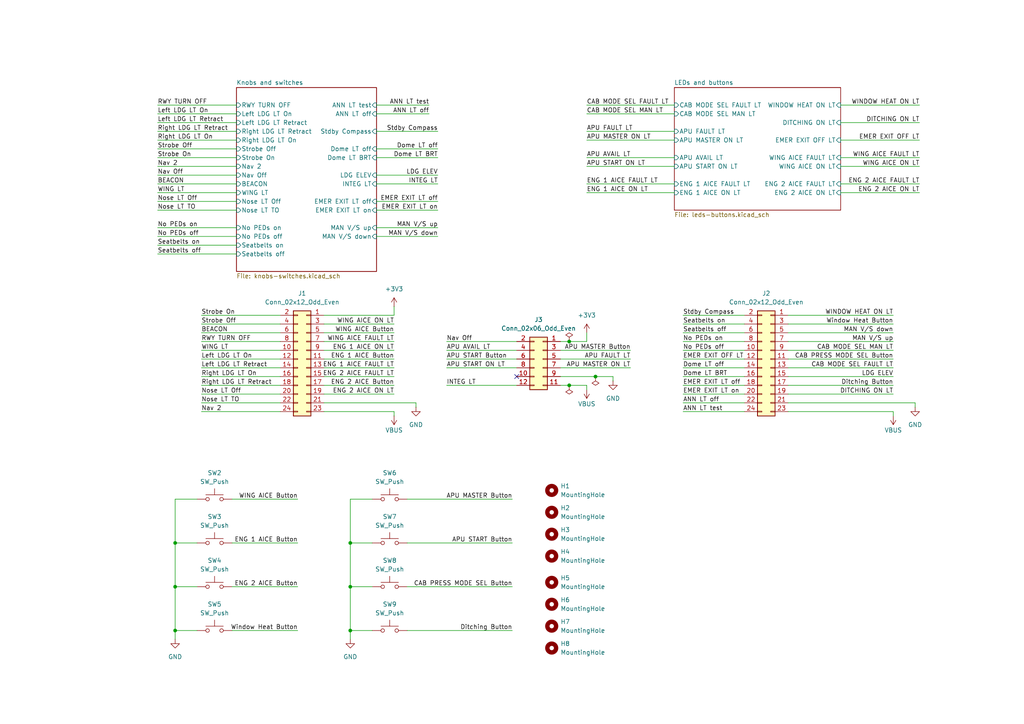
<source format=kicad_sch>
(kicad_sch (version 20231120) (generator "eeschema") (generator_version "8.0")
  (paper "A4")
  (lib_symbols
    (symbol "Connector_Generic:Conn_02x06_Odd_Even" (pin_names (offset 1.016) hide)
      (property "Reference" "J" (at 1.27 7.62 0))
      (property "Value" "Conn_02x06_Odd_Even" (at 1.27 -10.16 0))
      (symbol "Conn_02x06_Odd_Even_1_1"
        (rectangle (start -1.27 -7.493) (end 0 -7.747) (stroke (width 0.1524)))
        (rectangle (start -1.27 -4.953) (end 0 -5.207) (stroke (width 0.1524)))
        (rectangle (start -1.27 -2.413) (end 0 -2.667) (stroke (width 0.1524)))
        (rectangle (start -1.27 0.127) (end 0 -0.127) (stroke (width 0.1524)))
        (rectangle (start -1.27 2.667) (end 0 2.413) (stroke (width 0.1524)))
        (rectangle (start -1.27 5.207) (end 0 4.953) (stroke (width 0.1524)))
        (rectangle (start -1.27 6.35) (end 3.81 -8.89) (stroke (width 0.254)) (fill (type background)))
        (rectangle (start 3.81 -7.493) (end 2.54 -7.747) (stroke (width 0.1524)))
        (rectangle (start 3.81 -4.953) (end 2.54 -5.207) (stroke (width 0.1524)))
        (rectangle (start 3.81 -2.413) (end 2.54 -2.667) (stroke (width 0.1524)))
        (rectangle (start 3.81 0.127) (end 2.54 -0.127) (stroke (width 0.1524)))
        (rectangle (start 3.81 2.667) (end 2.54 2.413) (stroke (width 0.1524)))
        (rectangle (start 3.81 5.207) (end 2.54 4.953) (stroke (width 0.1524)))
        (pin passive line (at -5.08 5.08 0) (length 3.81) (name "Pin_1") (number "1"))
        (pin passive line (at 7.62 -5.08 180) (length 3.81) (name "Pin_10") (number "10"))
        (pin passive line (at -5.08 -7.62 0) (length 3.81) (name "Pin_11") (number "11"))
        (pin passive line (at 7.62 -7.62 180) (length 3.81) (name "Pin_12") (number "12"))
        (pin passive line (at 7.62 5.08 180) (length 3.81) (name "Pin_2") (number "2"))
        (pin passive line (at -5.08 2.54 0) (length 3.81) (name "Pin_3") (number "3"))
        (pin passive line (at 7.62 2.54 180) (length 3.81) (name "Pin_4") (number "4"))
        (pin passive line (at -5.08 0 0) (length 3.81) (name "Pin_5") (number "5"))
        (pin passive line (at 7.62 0 180) (length 3.81) (name "Pin_6") (number "6"))
        (pin passive line (at -5.08 -2.54 0) (length 3.81) (name "Pin_7") (number "7"))
        (pin passive line (at 7.62 -2.54 180) (length 3.81) (name "Pin_8") (number "8"))
        (pin passive line (at -5.08 -5.08 0) (length 3.81) (name "Pin_9") (number "9"))
      )
    )
    (symbol "Connector_Generic:Conn_02x12_Odd_Even" (pin_names (offset 1.016) hide)
      (property "Reference" "J" (at 1.27 15.24 0))
      (property "Value" "Conn_02x12_Odd_Even" (at 1.27 -17.78 0))
      (symbol "Conn_02x12_Odd_Even_1_1"
        (rectangle (start -1.27 -15.113) (end 0 -15.367) (stroke (width 0.1524)))
        (rectangle (start -1.27 -12.573) (end 0 -12.827) (stroke (width 0.1524)))
        (rectangle (start -1.27 -10.033) (end 0 -10.287) (stroke (width 0.1524)))
        (rectangle (start -1.27 -7.493) (end 0 -7.747) (stroke (width 0.1524)))
        (rectangle (start -1.27 -4.953) (end 0 -5.207) (stroke (width 0.1524)))
        (rectangle (start -1.27 -2.413) (end 0 -2.667) (stroke (width 0.1524)))
        (rectangle (start -1.27 0.127) (end 0 -0.127) (stroke (width 0.1524)))
        (rectangle (start -1.27 2.667) (end 0 2.413) (stroke (width 0.1524)))
        (rectangle (start -1.27 5.207) (end 0 4.953) (stroke (width 0.1524)))
        (rectangle (start -1.27 7.747) (end 0 7.493) (stroke (width 0.1524)))
        (rectangle (start -1.27 10.287) (end 0 10.033) (stroke (width 0.1524)))
        (rectangle (start -1.27 12.827) (end 0 12.573) (stroke (width 0.1524)))
        (rectangle (start -1.27 13.97) (end 3.81 -16.51) (stroke (width 0.254)) (fill (type background)))
        (rectangle (start 3.81 -15.113) (end 2.54 -15.367) (stroke (width 0.1524)))
        (rectangle (start 3.81 -12.573) (end 2.54 -12.827) (stroke (width 0.1524)))
        (rectangle (start 3.81 -10.033) (end 2.54 -10.287) (stroke (width 0.1524)))
        (rectangle (start 3.81 -7.493) (end 2.54 -7.747) (stroke (width 0.1524)))
        (rectangle (start 3.81 -4.953) (end 2.54 -5.207) (stroke (width 0.1524)))
        (rectangle (start 3.81 -2.413) (end 2.54 -2.667) (stroke (width 0.1524)))
        (rectangle (start 3.81 0.127) (end 2.54 -0.127) (stroke (width 0.1524)))
        (rectangle (start 3.81 2.667) (end 2.54 2.413) (stroke (width 0.1524)))
        (rectangle (start 3.81 5.207) (end 2.54 4.953) (stroke (width 0.1524)))
        (rectangle (start 3.81 7.747) (end 2.54 7.493) (stroke (width 0.1524)))
        (rectangle (start 3.81 10.287) (end 2.54 10.033) (stroke (width 0.1524)))
        (rectangle (start 3.81 12.827) (end 2.54 12.573) (stroke (width 0.1524)))
        (pin passive line (at -5.08 12.7 0) (length 3.81) (name "Pin_1") (number "1"))
        (pin passive line (at 7.62 2.54 180) (length 3.81) (name "Pin_10") (number "10"))
        (pin passive line (at -5.08 0 0) (length 3.81) (name "Pin_11") (number "11"))
        (pin passive line (at 7.62 0 180) (length 3.81) (name "Pin_12") (number "12"))
        (pin passive line (at -5.08 -2.54 0) (length 3.81) (name "Pin_13") (number "13"))
        (pin passive line (at 7.62 -2.54 180) (length 3.81) (name "Pin_14") (number "14"))
        (pin passive line (at -5.08 -5.08 0) (length 3.81) (name "Pin_15") (number "15"))
        (pin passive line (at 7.62 -5.08 180) (length 3.81) (name "Pin_16") (number "16"))
        (pin passive line (at -5.08 -7.62 0) (length 3.81) (name "Pin_17") (number "17"))
        (pin passive line (at 7.62 -7.62 180) (length 3.81) (name "Pin_18") (number "18"))
        (pin passive line (at -5.08 -10.16 0) (length 3.81) (name "Pin_19") (number "19"))
        (pin passive line (at 7.62 12.7 180) (length 3.81) (name "Pin_2") (number "2"))
        (pin passive line (at 7.62 -10.16 180) (length 3.81) (name "Pin_20") (number "20"))
        (pin passive line (at -5.08 -12.7 0) (length 3.81) (name "Pin_21") (number "21"))
        (pin passive line (at 7.62 -12.7 180) (length 3.81) (name "Pin_22") (number "22"))
        (pin passive line (at -5.08 -15.24 0) (length 3.81) (name "Pin_23") (number "23"))
        (pin passive line (at 7.62 -15.24 180) (length 3.81) (name "Pin_24") (number "24"))
        (pin passive line (at -5.08 10.16 0) (length 3.81) (name "Pin_3") (number "3"))
        (pin passive line (at 7.62 10.16 180) (length 3.81) (name "Pin_4") (number "4"))
        (pin passive line (at -5.08 7.62 0) (length 3.81) (name "Pin_5") (number "5"))
        (pin passive line (at 7.62 7.62 180) (length 3.81) (name "Pin_6") (number "6"))
        (pin passive line (at -5.08 5.08 0) (length 3.81) (name "Pin_7") (number "7"))
        (pin passive line (at 7.62 5.08 180) (length 3.81) (name "Pin_8") (number "8"))
        (pin passive line (at -5.08 2.54 0) (length 3.81) (name "Pin_9") (number "9"))
      )
    )
    (symbol "GND_1" (power) (pin_numbers hide) (pin_names (offset 0) hide)
      (property "Value" "GND" (at 0 -3.81 0))
      (symbol "GND_1_0_1"
        (polyline (pts (xy 0 0) (xy 0 -1.27) (xy 1.27 -1.27) (xy 0 -2.54) (xy -1.27 -1.27) (xy 0 -1.27)))
      )
      (symbol "GND_1_1_1"
        (pin power_in line (at 0 0 270) (length 0) (name "~") (number "1"))
      )
    )
    (symbol "Mechanical:MountingHole" (pin_names (offset 1.016))
      (property "Reference" "H" (at 0 5.08 0))
      (property "Value" "MountingHole" (at 0 3.175 0))
      (symbol "MountingHole_0_1"
        (circle (center 0 0) (radius 1.27) (stroke (width 1.27)))
      )
    )
    (symbol "Switch:SW_Push" (pin_numbers hide) (pin_names (offset 1.016) hide)
      (property "Reference" "SW" (at 1.27 2.54 0))
      (property "Value" "SW_Push" (at 0 -1.524 0))
      (symbol "SW_Push_0_1"
        (circle (center -2.032 0) (radius 0.508))
        (polyline (pts (xy 0 1.27) (xy 0 3.048)))
        (polyline (pts (xy 2.54 1.27) (xy -2.54 1.27)))
        (circle (center 2.032 0) (radius 0.508))
        (pin passive line (at -5.08 0 0) (length 2.54) (name "1") (number "1"))
        (pin passive line (at 5.08 0 180) (length 2.54) (name "2") (number "2"))
      )
    )
    (symbol "power:+3V3" (power) (pin_numbers hide) (pin_names (offset 0) hide)
      (property "Value" "+3V3" (at 0 3.556 0))
      (symbol "+3V3_0_1"
        (polyline (pts (xy -0.762 1.27) (xy 0 2.54)))
        (polyline (pts (xy 0 0) (xy 0 2.54)))
        (polyline (pts (xy 0 2.54) (xy 0.762 1.27)))
      )
      (symbol "+3V3_1_1"
        (pin power_in line (at 0 0 90) (length 0) (name "~") (number "1"))
      )
    )
    (symbol "power:GND" (power) (pin_numbers hide) (pin_names (offset 0) hide)
      (property "Value" "GND" (at 0 -3.81 0))
      (symbol "GND_0_1"
        (polyline (pts (xy 0 0) (xy 0 -1.27) (xy 1.27 -1.27) (xy 0 -2.54) (xy -1.27 -1.27) (xy 0 -1.27)))
      )
      (symbol "GND_1_1"
        (pin power_in line (at 0 0 270) (length 0) (name "~") (number "1"))
      )
    )
    (symbol "power:PWR_FLAG" (power) (pin_numbers hide) (pin_names (offset 0) hide)
      (property "Value" "PWR_FLAG" (at 0 3.81 0))
      (symbol "PWR_FLAG_0_0"
        (pin power_out line (at 0 0 90) (length 0) (name "~") (number "1"))
      )
      (symbol "PWR_FLAG_0_1"
        (polyline (pts (xy 0 0) (xy 0 1.27) (xy -1.016 1.905) (xy 0 2.54) (xy 1.016 1.905) (xy 0 1.27)))
      )
    )
    (symbol "power:VBUS" (power) (pin_numbers hide) (pin_names (offset 0) hide)
      (property "Value" "VBUS" (at 0 3.556 0))
      (symbol "VBUS_0_1"
        (polyline (pts (xy -0.762 1.27) (xy 0 2.54)))
        (polyline (pts (xy 0 0) (xy 0 2.54)))
        (polyline (pts (xy 0 2.54) (xy 0.762 1.27)))
      )
      (symbol "VBUS_1_1"
        (pin power_in line (at 0 0 90) (length 0) (name "~") (number "1"))
      )
    )
  )
  (junction (at 50.8 170.18))
  (junction (at 101.6 182.88))
  (junction (at 50.8 182.88))
  (junction (at 101.6 157.48))
  (junction (at 165.1 99.06))
  (junction (at 50.8 157.48))
  (junction (at 172.72 109.22))
  (junction (at 101.6 170.18))
  (junction (at 165.1 111.76))
  (no_connect (at 149.86 109.22))
  (wire (pts (xy 162.56 111.76) (xy 165.1 111.76)))
  (wire (pts (xy 118.11 157.48) (xy 148.59 157.48)))
  (wire (pts (xy 129.54 99.06) (xy 149.86 99.06)))
  (wire (pts (xy 215.9 109.22) (xy 198.12 109.22)))
  (wire (pts (xy 215.9 111.76) (xy 198.12 111.76)))
  (wire (pts (xy 170.18 96.52) (xy 170.18 99.06)))
  (wire (pts (xy 228.6 104.14) (xy 259.08 104.14)))
  (wire (pts (xy 45.72 71.12) (xy 68.58 71.12)))
  (wire (pts (xy 45.72 50.8) (xy 68.58 50.8)))
  (wire (pts (xy 162.56 101.6) (xy 182.88 101.6)))
  (wire (pts (xy 45.72 38.1) (xy 68.58 38.1)))
  (wire (pts (xy 93.98 99.06) (xy 114.3 99.06)))
  (wire (pts (xy 101.6 182.88) (xy 101.6 170.18)))
  (wire (pts (xy 228.6 111.76) (xy 259.08 111.76)))
  (wire (pts (xy 215.9 104.14) (xy 198.12 104.14)))
  (wire (pts (xy 58.42 119.38) (xy 81.28 119.38)))
  (wire (pts (xy 243.84 55.88) (xy 266.7 55.88)))
  (wire (pts (xy 67.31 144.78) (xy 86.36 144.78)))
  (wire (pts (xy 57.15 170.18) (xy 50.8 170.18)))
  (wire (pts (xy 120.65 116.84) (xy 120.65 118.11)))
  (wire (pts (xy 58.42 106.68) (xy 81.28 106.68)))
  (wire (pts (xy 170.18 40.64) (xy 195.58 40.64)))
  (wire (pts (xy 243.84 53.34) (xy 266.7 53.34)))
  (wire (pts (xy 170.18 111.76) (xy 170.18 113.03)))
  (wire (pts (xy 50.8 157.48) (xy 50.8 144.78)))
  (wire (pts (xy 50.8 182.88) (xy 50.8 170.18)))
  (wire (pts (xy 118.11 144.78) (xy 148.59 144.78)))
  (wire (pts (xy 45.72 35.56) (xy 68.58 35.56)))
  (wire (pts (xy 198.12 93.98) (xy 215.9 93.98)))
  (wire (pts (xy 58.42 96.52) (xy 81.28 96.52)))
  (wire (pts (xy 93.98 91.44) (xy 114.3 91.44)))
  (wire (pts (xy 182.88 104.14) (xy 162.56 104.14)))
  (wire (pts (xy 45.72 60.96) (xy 68.58 60.96)))
  (wire (pts (xy 162.56 99.06) (xy 165.1 99.06)))
  (wire (pts (xy 265.43 116.84) (xy 265.43 118.11)))
  (wire (pts (xy 215.9 116.84) (xy 198.12 116.84)))
  (wire (pts (xy 198.12 101.6) (xy 215.9 101.6)))
  (wire (pts (xy 45.72 58.42) (xy 68.58 58.42)))
  (wire (pts (xy 45.72 33.02) (xy 68.58 33.02)))
  (wire (pts (xy 109.22 43.18) (xy 127 43.18)))
  (wire (pts (xy 170.18 48.26) (xy 195.58 48.26)))
  (wire (pts (xy 101.6 170.18) (xy 101.6 157.48)))
  (wire (pts (xy 45.72 55.88) (xy 68.58 55.88)))
  (wire (pts (xy 45.72 66.04) (xy 68.58 66.04)))
  (wire (pts (xy 228.6 114.3) (xy 259.08 114.3)))
  (wire (pts (xy 228.6 106.68) (xy 259.08 106.68)))
  (wire (pts (xy 215.9 114.3) (xy 198.12 114.3)))
  (wire (pts (xy 129.54 101.6) (xy 149.86 101.6)))
  (wire (pts (xy 114.3 106.68) (xy 93.98 106.68)))
  (wire (pts (xy 114.3 101.6) (xy 93.98 101.6)))
  (wire (pts (xy 67.31 170.18) (xy 86.36 170.18)))
  (wire (pts (xy 57.15 157.48) (xy 50.8 157.48)))
  (wire (pts (xy 58.42 101.6) (xy 81.28 101.6)))
  (wire (pts (xy 114.3 120.65) (xy 114.3 119.38)))
  (wire (pts (xy 58.42 99.06) (xy 81.28 99.06)))
  (wire (pts (xy 93.98 116.84) (xy 120.65 116.84)))
  (wire (pts (xy 101.6 157.48) (xy 101.6 144.78)))
  (wire (pts (xy 215.9 91.44) (xy 198.12 91.44)))
  (wire (pts (xy 182.88 106.68) (xy 162.56 106.68)))
  (wire (pts (xy 93.98 104.14) (xy 114.3 104.14)))
  (wire (pts (xy 45.72 53.34) (xy 68.58 53.34)))
  (wire (pts (xy 109.22 45.72) (xy 127 45.72)))
  (wire (pts (xy 93.98 93.98) (xy 114.3 93.98)))
  (wire (pts (xy 67.31 157.48) (xy 86.36 157.48)))
  (wire (pts (xy 114.3 88.9) (xy 114.3 91.44)))
  (wire (pts (xy 58.42 91.44) (xy 81.28 91.44)))
  (wire (pts (xy 93.98 119.38) (xy 114.3 119.38)))
  (wire (pts (xy 129.54 106.68) (xy 149.86 106.68)))
  (wire (pts (xy 45.72 45.72) (xy 68.58 45.72)))
  (wire (pts (xy 109.22 66.04) (xy 127 66.04)))
  (wire (pts (xy 101.6 182.88) (xy 101.6 185.42)))
  (wire (pts (xy 57.15 144.78) (xy 50.8 144.78)))
  (wire (pts (xy 170.18 38.1) (xy 195.58 38.1)))
  (wire (pts (xy 109.22 33.02) (xy 124.46 33.02)))
  (wire (pts (xy 58.42 114.3) (xy 81.28 114.3)))
  (wire (pts (xy 93.98 109.22) (xy 114.3 109.22)))
  (wire (pts (xy 45.72 30.48) (xy 68.58 30.48)))
  (wire (pts (xy 109.22 58.42) (xy 127 58.42)))
  (wire (pts (xy 228.6 96.52) (xy 259.08 96.52)))
  (wire (pts (xy 243.84 40.64) (xy 266.7 40.64)))
  (wire (pts (xy 109.22 38.1) (xy 127 38.1)))
  (wire (pts (xy 243.84 30.48) (xy 266.7 30.48)))
  (wire (pts (xy 170.18 30.48) (xy 195.58 30.48)))
  (wire (pts (xy 45.72 73.66) (xy 68.58 73.66)))
  (wire (pts (xy 170.18 55.88) (xy 195.58 55.88)))
  (wire (pts (xy 259.08 120.65) (xy 259.08 119.38)))
  (wire (pts (xy 93.98 111.76) (xy 114.3 111.76)))
  (wire (pts (xy 118.11 170.18) (xy 148.59 170.18)))
  (wire (pts (xy 118.11 182.88) (xy 148.59 182.88)))
  (wire (pts (xy 162.56 109.22) (xy 172.72 109.22)))
  (wire (pts (xy 165.1 111.76) (xy 170.18 111.76)))
  (wire (pts (xy 45.72 48.26) (xy 68.58 48.26)))
  (wire (pts (xy 58.42 109.22) (xy 81.28 109.22)))
  (wire (pts (xy 228.6 99.06) (xy 259.08 99.06)))
  (wire (pts (xy 170.18 33.02) (xy 195.58 33.02)))
  (wire (pts (xy 58.42 116.84) (xy 81.28 116.84)))
  (wire (pts (xy 109.22 53.34) (xy 127 53.34)))
  (wire (pts (xy 243.84 35.56) (xy 266.7 35.56)))
  (wire (pts (xy 109.22 30.48) (xy 124.46 30.48)))
  (wire (pts (xy 149.86 104.14) (xy 129.54 104.14)))
  (wire (pts (xy 67.31 182.88) (xy 86.36 182.88)))
  (wire (pts (xy 243.84 45.72) (xy 266.7 45.72)))
  (wire (pts (xy 107.95 182.88) (xy 101.6 182.88)))
  (wire (pts (xy 177.8 109.22) (xy 177.8 110.49)))
  (wire (pts (xy 259.08 101.6) (xy 228.6 101.6)))
  (wire (pts (xy 165.1 99.06) (xy 170.18 99.06)))
  (wire (pts (xy 57.15 182.88) (xy 50.8 182.88)))
  (wire (pts (xy 107.95 144.78) (xy 101.6 144.78)))
  (wire (pts (xy 109.22 68.58) (xy 127 68.58)))
  (wire (pts (xy 170.18 45.72) (xy 195.58 45.72)))
  (wire (pts (xy 58.42 104.14) (xy 81.28 104.14)))
  (wire (pts (xy 215.9 119.38) (xy 198.12 119.38)))
  (wire (pts (xy 93.98 114.3) (xy 114.3 114.3)))
  (wire (pts (xy 243.84 48.26) (xy 266.7 48.26)))
  (wire (pts (xy 228.6 119.38) (xy 259.08 119.38)))
  (wire (pts (xy 45.72 68.58) (xy 68.58 68.58)))
  (wire (pts (xy 172.72 109.22) (xy 177.8 109.22)))
  (wire (pts (xy 198.12 99.06) (xy 215.9 99.06)))
  (wire (pts (xy 228.6 93.98) (xy 259.08 93.98)))
  (wire (pts (xy 228.6 91.44) (xy 259.08 91.44)))
  (wire (pts (xy 50.8 170.18) (xy 50.8 157.48)))
  (wire (pts (xy 228.6 109.22) (xy 259.08 109.22)))
  (wire (pts (xy 50.8 182.88) (xy 50.8 185.42)))
  (wire (pts (xy 45.72 40.64) (xy 68.58 40.64)))
  (wire (pts (xy 58.42 93.98) (xy 81.28 93.98)))
  (wire (pts (xy 109.22 60.96) (xy 127 60.96)))
  (wire (pts (xy 45.72 43.18) (xy 68.58 43.18)))
  (wire (pts (xy 170.18 53.34) (xy 195.58 53.34)))
  (wire (pts (xy 198.12 96.52) (xy 215.9 96.52)))
  (wire (pts (xy 149.86 111.76) (xy 129.54 111.76)))
  (wire (pts (xy 93.98 96.52) (xy 114.3 96.52)))
  (wire (pts (xy 58.42 111.76) (xy 81.28 111.76)))
  (wire (pts (xy 107.95 170.18) (xy 101.6 170.18)))
  (wire (pts (xy 228.6 116.84) (xy 265.43 116.84)))
  (wire (pts (xy 215.9 106.68) (xy 198.12 106.68)))
  (wire (pts (xy 107.95 157.48) (xy 101.6 157.48)))
  (wire (pts (xy 109.22 50.8) (xy 127 50.8)))
  (label "ENG 2 AICE Button" (at 86.36 170.18 180))
  (label "DITCHING ON LT" (at 266.7 35.56 180))
  (label "Ditching Button" (at 259.08 111.76 180))
  (label "WINDOW HEAT ON LT" (at 266.7 30.48 180))
  (label "ENG 1 AICE Button" (at 114.3 104.14 180))
  (label "BEACON" (at 45.72 53.34 0))
  (label "EMER EXIT LT off" (at 127 58.42 180))
  (label "CAB MODE SEL FAULT LT" (at 170.18 30.48 0))
  (label "ENG 2 AICE FAULT LT" (at 114.3 109.22 180))
  (label "Dome LT off" (at 198.12 106.68 0))
  (label "CAB MODE SEL FAULT LT" (at 259.08 106.68 180))
  (label "INTEG LT" (at 127 53.34 180))
  (label "Strobe On" (at 58.42 91.44 0))
  (label "Seatbelts on" (at 198.12 93.98 0))
  (label "MAN V{slash}S up" (at 127 66.04 180))
  (label "Right LDG LT On" (at 58.42 109.22 0))
  (label "ENG 2 AICE ON LT" (at 114.3 114.3 180))
  (label "ENG 1 AICE ON LT" (at 170.18 55.88 0))
  (label "Left LDG LT On" (at 58.42 104.14 0))
  (label "Seatbelts on" (at 45.72 71.12 0))
  (label "EMER EXIT OFF LT" (at 198.12 104.14 0))
  (label "APU AVAIL LT" (at 170.18 45.72 0))
  (label "ENG 1 AICE FAULT LT" (at 114.3 106.68 180))
  (label "WING AICE FAULT LT" (at 114.3 99.06 180))
  (label "ENG 2 AICE ON LT" (at 266.7 55.88 180))
  (label "INTEG LT" (at 129.54 111.76 0))
  (label "Nav 2" (at 58.42 119.38 0))
  (label "Right LDG LT Retract" (at 45.72 38.1 0))
  (label "MAN V{slash}S down" (at 259.08 96.52 180))
  (label "Nav Off" (at 129.54 99.06 0))
  (label "WING LT" (at 58.42 101.6 0))
  (label "Left LDG LT Retract" (at 45.72 35.56 0))
  (label "Right LDG LT On" (at 45.72 40.64 0))
  (label "RWY TURN OFF" (at 58.42 99.06 0))
  (label "APU FAULT LT" (at 182.88 104.14 180))
  (label "Dome LT BRT" (at 198.12 109.22 0))
  (label "CAB MODE SEL MAN LT" (at 170.18 33.02 0))
  (label "APU MASTER ON LT" (at 170.18 40.64 0))
  (label "Nose LT Off" (at 58.42 114.3 0))
  (label "Dome LT BRT" (at 127 45.72 180))
  (label "Stdby Compass" (at 198.12 91.44 0))
  (label "Nav Off" (at 45.72 50.8 0))
  (label "Strobe On" (at 45.72 45.72 0))
  (label "WING LT" (at 45.72 55.88 0))
  (label "Seatbelts off" (at 198.12 96.52 0))
  (label "APU START Button" (at 129.54 104.14 0))
  (label "Window Heat Button" (at 259.08 93.98 180))
  (label "EMER EXIT OFF LT" (at 266.7 40.64 180))
  (label "DITCHING ON LT" (at 259.08 114.3 180))
  (label "MAN V{slash}S up" (at 259.08 99.06 180))
  (label "Strobe Off" (at 45.72 43.18 0))
  (label "ENG 2 AICE Button" (at 114.3 111.76 180))
  (label "BEACON" (at 58.42 96.52 0))
  (label "Dome LT off" (at 127 43.18 180))
  (label "Nose LT TO" (at 45.72 60.96 0))
  (label "Nav 2" (at 45.72 48.26 0))
  (label "Ditching Button" (at 148.59 182.88 180))
  (label "APU MASTER Button" (at 182.88 101.6 180))
  (label "No PEDs off" (at 198.12 101.6 0))
  (label "APU START Button" (at 148.59 157.48 180))
  (label "APU MASTER Button" (at 148.59 144.78 180))
  (label "Left LDG LT On" (at 45.72 33.02 0))
  (label "WING AICE Button" (at 86.36 144.78 180))
  (label "ENG 1 AICE ON LT" (at 114.3 101.6 180))
  (label "CAB PRESS MODE SEL Button" (at 148.59 170.18 180))
  (label "WING AICE ON LT" (at 114.3 93.98 180))
  (label "LDG ELEV" (at 259.08 109.22 180))
  (label "APU START ON LT" (at 170.18 48.26 0))
  (label "No PEDs off" (at 45.72 68.58 0))
  (label "Right LDG LT Retract" (at 58.42 111.76 0))
  (label "ENG 1 AICE Button" (at 86.36 157.48 180))
  (label "WINDOW HEAT ON LT" (at 259.08 91.44 180))
  (label "Nose LT TO" (at 58.42 116.84 0))
  (label "ANN LT off" (at 124.46 33.02 180))
  (label "Seatbelts off" (at 45.72 73.66 0))
  (label "ENG 1 AICE FAULT LT" (at 170.18 53.34 0))
  (label "Stdby Compass" (at 127 38.1 180))
  (label "WING AICE ON LT" (at 266.7 48.26 180))
  (label "ANN LT off" (at 198.12 116.84 0))
  (label "APU AVAIL LT" (at 129.54 101.6 0))
  (label "WING AICE FAULT LT" (at 266.7 45.72 180))
  (label "Window Heat Button" (at 86.36 182.88 180))
  (label "ENG 2 AICE FAULT LT" (at 266.7 53.34 180))
  (label "LDG ELEV" (at 127 50.8 180))
  (label "ANN LT test" (at 124.46 30.48 180))
  (label "CAB MODE SEL MAN LT" (at 259.08 101.6 180))
  (label "CAB PRESS MODE SEL Button" (at 259.08 104.14 180))
  (label "RWY TURN OFF" (at 45.72 30.48 0))
  (label "ANN LT test" (at 198.12 119.38 0))
  (label "APU START ON LT" (at 129.54 106.68 0))
  (label "EMER EXIT LT on" (at 127 60.96 180))
  (label "WING AICE Button" (at 114.3 96.52 180))
  (label "APU FAULT LT" (at 170.18 38.1 0))
  (label "MAN V{slash}S down" (at 127 68.58 180))
  (label "Strobe Off" (at 58.42 93.98 0))
  (label "EMER EXIT LT on" (at 198.12 114.3 0))
  (label "Left LDG LT Retract" (at 58.42 106.68 0))
  (label "APU MASTER ON LT" (at 182.88 106.68 180))
  (label "No PEDs on" (at 45.72 66.04 0))
  (label "EMER EXIT LT off" (at 198.12 111.76 0))
  (label "No PEDs on" (at 198.12 99.06 0))
  (label "Nose LT Off" (at 45.72 58.42 0))
  (symbol (lib_id "Switch:SW_Push") (at 113.03 182.88 0) (unit 1)
    (property "Reference" "SW9" (at 113.03 175.26 0))
    (property "Value" "SW_Push" (at 113.03 177.8 0))
    (property "Footprint" "NiasStuff:SW_Push_1TS009xxxx-xxxx-xxxx_6x6x5mm" (effects (hide yes)))
    (property "Datasheet" "https://www.lcsc.com/datasheet/lcsc_datasheet_1811151231_HYP--Hongyuan-Precision-1TS009A-1800-5000-CT_C319409.pdf" (effects (hide yes)))
    (property "JLCPCB Part" "C319409" (effects (hide yes)))
    (property "Manufracturer" "HYP (Hongyuan Precision)" (effects (hide yes)))
    (property "Manufracturer Part Number" "1TS009A-1800-5000-CT" (effects (hide yes)))
  )
  (symbol (lib_id "Connector_Generic:Conn_02x12_Odd_Even") (at 88.9 104.14 0) (mirror y) (unit 1)
    (property "Reference" "J1" (at 87.63 85.09 0))
    (property "Value" "Conn_02x12_Odd_Even" (at 87.63 87.63 0))
    (property "Footprint" "Connector_IDC:IDC-Header_2x12_P2.54mm_Vertical" (effects (hide yes)))
    (property "Datasheet" "https://www.lcsc.com/datasheet/lcsc_datasheet_2304140030_BOOMELE-Boom-Precision-Elec-2-54-2-12P_C9137.pdf" (effects (hide yes)))
    (property "JLCPCB Part" "C9137" (effects (hide yes)))
    (property "Manufracturer" "BOOMELE(Boom Precision Elec)" (effects (hide yes)))
    (property "Manufracturer Part Number" "2.54-2*12P" (effects (hide yes)))
  )
  (symbol (lib_id "Connector_Generic:Conn_02x12_Odd_Even") (at 223.52 104.14 0) (mirror y) (unit 1)
    (property "Reference" "J2" (at 222.25 85.09 0))
    (property "Value" "Conn_02x12_Odd_Even" (at 222.25 87.63 0))
    (property "Footprint" "Connector_IDC:IDC-Header_2x12_P2.54mm_Vertical" (effects (hide yes)))
    (property "Datasheet" "https://www.lcsc.com/datasheet/lcsc_datasheet_2304140030_BOOMELE-Boom-Precision-Elec-2-54-2-12P_C9137.pdf" (effects (hide yes)))
    (property "JLCPCB Part" "C9137" (effects (hide yes)))
    (property "Manufracturer" "BOOMELE(Boom Precision Elec)" (effects (hide yes)))
    (property "Manufracturer Part Number" "2.54-2*12P" (effects (hide yes)))
  )
  (symbol (lib_id "Mechanical:MountingHole") (at 160.02 175.26 0) (unit 1) (in_bom no)
    (property "Reference" "H6" (at 162.56 173.99 0) (effects (justify left)))
    (property "Value" "MountingHole" (at 162.56 176.53 0) (effects (justify left)))
    (property "Footprint" "MountingHole:MountingHole_2.2mm_M2" (effects (hide yes)))
  )
  (symbol (lib_id "power:VBUS") (at 170.18 113.03 180) (unit 1)
    (property "Reference" "#PWR058" (effects (hide yes)))
    (property "Value" "VBUS" (at 170.18 117.1631 0))
  )
  (symbol (lib_name "GND_1") (lib_id "power:GND") (at 50.8 185.42 0) (unit 1)
    (property "Reference" "#PWR061" (effects (hide yes)))
    (property "Value" "GND" (at 50.8 190.5 0))
    (property "Description" "Power symbol creates a global label with name \"GND\" , ground" (effects (hide yes)))
  )
  (symbol (lib_id "Mechanical:MountingHole") (at 160.02 154.94 0) (unit 1) (in_bom no)
    (property "Reference" "H3" (at 162.56 153.67 0) (effects (justify left)))
    (property "Value" "MountingHole" (at 162.56 156.21 0) (effects (justify left)))
    (property "Footprint" "MountingHole:MountingHole_2.2mm_M2" (effects (hide yes)))
  )
  (symbol (lib_id "power:PWR_FLAG") (at 165.1 111.76 180) (unit 1)
    (property "Reference" "#FLG07" (effects (hide yes)))
    (property "Value" "PWR_FLAG" (effects (hide yes)))
    (property "Description" "Special symbol for telling ERC where power comes from" (effects (hide yes)))
  )
  (symbol (lib_id "power:GND") (at 177.8 110.49 0) (unit 1)
    (property "Reference" "#PWR059" (effects (hide yes)))
    (property "Value" "GND" (at 177.8 115.57 0))
  )
  (symbol (lib_name "GND_1") (lib_id "power:GND") (at 265.43 118.11 0) (unit 1)
    (property "Reference" "#PWR057" (effects (hide yes)))
    (property "Value" "GND" (at 265.43 123.19 0))
    (property "Description" "Power symbol creates a global label with name \"GND\" , ground" (effects (hide yes)))
  )
  (symbol (lib_name "GND_1") (lib_id "power:GND") (at 101.6 185.42 0) (unit 1)
    (property "Reference" "#PWR060" (effects (hide yes)))
    (property "Value" "GND" (at 101.6 190.5 0))
    (property "Description" "Power symbol creates a global label with name \"GND\" , ground" (effects (hide yes)))
  )
  (symbol (lib_id "Mechanical:MountingHole") (at 160.02 168.91 0) (unit 1) (in_bom no)
    (property "Reference" "H5" (at 162.56 167.64 0) (effects (justify left)))
    (property "Value" "MountingHole" (at 162.56 170.18 0) (effects (justify left)))
    (property "Footprint" "MountingHole:MountingHole_2.2mm_M2" (effects (hide yes)))
  )
  (symbol (lib_id "Mechanical:MountingHole") (at 160.02 181.61 0) (unit 1) (in_bom no)
    (property "Reference" "H7" (at 162.56 180.34 0) (effects (justify left)))
    (property "Value" "MountingHole" (at 162.56 182.88 0) (effects (justify left)))
    (property "Footprint" "MountingHole:MountingHole_2.2mm_M2" (effects (hide yes)))
  )
  (symbol (lib_id "Connector_Generic:Conn_02x06_Odd_Even") (at 157.48 104.14 0) (mirror y) (unit 1)
    (property "Reference" "J3" (at 156.21 92.71 0))
    (property "Value" "Conn_02x06_Odd_Even" (at 156.21 95.25 0))
    (property "Footprint" "Connector_IDC:IDC-Header_2x06_P2.54mm_Vertical" (effects (hide yes)))
  )
  (symbol (lib_id "power:PWR_FLAG") (at 172.72 109.22 180) (unit 1)
    (property "Reference" "#FLG08" (effects (hide yes)))
    (property "Value" "PWR_FLAG" (effects (hide yes)))
    (property "Description" "Special symbol for telling ERC where power comes from" (effects (hide yes)))
  )
  (symbol (lib_id "Switch:SW_Push") (at 62.23 170.18 0) (unit 1)
    (property "Reference" "SW4" (at 62.23 162.56 0))
    (property "Value" "SW_Push" (at 62.23 165.1 0))
    (property "Footprint" "NiasStuff:SW_Push_1TS009xxxx-xxxx-xxxx_6x6x5mm" (effects (hide yes)))
    (property "Datasheet" "https://www.lcsc.com/datasheet/lcsc_datasheet_1811151231_HYP--Hongyuan-Precision-1TS009A-1800-5000-CT_C319409.pdf" (effects (hide yes)))
    (property "JLCPCB Part" "C319409" (effects (hide yes)))
    (property "Manufracturer" "HYP (Hongyuan Precision)" (effects (hide yes)))
    (property "Manufracturer Part Number" "1TS009A-1800-5000-CT" (effects (hide yes)))
  )
  (symbol (lib_id "Mechanical:MountingHole") (at 160.02 187.96 0) (unit 1) (in_bom no)
    (property "Reference" "H8" (at 162.56 186.69 0) (effects (justify left)))
    (property "Value" "MountingHole" (at 162.56 189.23 0) (effects (justify left)))
    (property "Footprint" "MountingHole:MountingHole_2.2mm_M2" (effects (hide yes)))
  )
  (symbol (lib_id "power:+3V3") (at 114.3 88.9 0) (unit 1)
    (property "Reference" "#PWR052" (effects (hide yes)))
    (property "Value" "+3V3" (at 114.3 83.82 0))
    (property "Description" "Power symbol creates a global label with name \"+3V3\"" (effects (hide yes)))
  )
  (symbol (lib_id "Switch:SW_Push") (at 113.03 157.48 0) (unit 1)
    (property "Reference" "SW7" (at 113.03 149.86 0))
    (property "Value" "SW_Push" (at 113.03 152.4 0))
    (property "Footprint" "NiasStuff:SW_Push_1TS009xxxx-xxxx-xxxx_6x6x5mm" (effects (hide yes)))
    (property "Datasheet" "https://www.lcsc.com/datasheet/lcsc_datasheet_1811151231_HYP--Hongyuan-Precision-1TS009A-1800-5000-CT_C319409.pdf" (effects (hide yes)))
    (property "JLCPCB Part" "C319409" (effects (hide yes)))
    (property "Manufracturer" "HYP (Hongyuan Precision)" (effects (hide yes)))
    (property "Manufracturer Part Number" "1TS009A-1800-5000-CT" (effects (hide yes)))
  )
  (symbol (lib_id "power:+3V3") (at 170.18 96.52 0) (unit 1)
    (property "Reference" "#PWR055" (effects (hide yes)))
    (property "Value" "+3V3" (at 170.18 91.44 0))
  )
  (symbol (lib_id "Mechanical:MountingHole") (at 160.02 142.24 0) (unit 1) (in_bom no)
    (property "Reference" "H1" (at 162.56 140.97 0) (effects (justify left)))
    (property "Value" "MountingHole" (at 162.56 143.51 0) (effects (justify left)))
    (property "Footprint" "MountingHole:MountingHole_2.2mm_M2" (effects (hide yes)))
  )
  (symbol (lib_id "Switch:SW_Push") (at 62.23 144.78 0) (unit 1)
    (property "Reference" "SW2" (at 62.23 137.16 0))
    (property "Value" "SW_Push" (at 62.23 139.7 0))
    (property "Footprint" "NiasStuff:SW_Push_1TS009xxxx-xxxx-xxxx_6x6x5mm" (effects (hide yes)))
    (property "Datasheet" "https://www.lcsc.com/datasheet/lcsc_datasheet_1811151231_HYP--Hongyuan-Precision-1TS009A-1800-5000-CT_C319409.pdf" (effects (hide yes)))
    (property "JLCPCB Part" "C319409" (effects (hide yes)))
    (property "Manufracturer" "HYP (Hongyuan Precision)" (effects (hide yes)))
    (property "Manufracturer Part Number" "1TS009A-1800-5000-CT" (effects (hide yes)))
  )
  (symbol (lib_id "Mechanical:MountingHole") (at 160.02 161.29 0) (unit 1) (in_bom no)
    (property "Reference" "H4" (at 162.56 160.02 0) (effects (justify left)))
    (property "Value" "MountingHole" (at 162.56 162.56 0) (effects (justify left)))
    (property "Footprint" "MountingHole:MountingHole_2.2mm_M2" (effects (hide yes)))
  )
  (symbol (lib_id "power:VBUS") (at 259.08 120.65 180) (unit 1)
    (property "Reference" "#PWR056" (effects (hide yes)))
    (property "Value" "VBUS" (at 259.08 124.7831 0))
    (property "Description" "Power symbol creates a global label with name \"VBUS\"" (effects (hide yes)))
  )
  (symbol (lib_id "Mechanical:MountingHole") (at 160.02 148.59 0) (unit 1) (in_bom no)
    (property "Reference" "H2" (at 162.56 147.32 0) (effects (justify left)))
    (property "Value" "MountingHole" (at 162.56 149.86 0) (effects (justify left)))
    (property "Footprint" "MountingHole:MountingHole_2.2mm_M2" (effects (hide yes)))
  )
  (symbol (lib_id "power:VBUS") (at 114.3 120.65 180) (unit 1)
    (property "Reference" "#PWR053" (effects (hide yes)))
    (property "Value" "VBUS" (at 114.3 124.7831 0))
    (property "Description" "Power symbol creates a global label with name \"VBUS\"" (effects (hide yes)))
  )
  (symbol (lib_id "power:PWR_FLAG") (at 165.1 99.06 0) (unit 1)
    (property "Reference" "#FLG04" (effects (hide yes)))
    (property "Value" "PWR_FLAG" (effects (hide yes)))
    (property "Description" "Special symbol for telling ERC where power comes from" (effects (hide yes)))
  )
  (symbol (lib_name "GND_1") (lib_id "power:GND") (at 120.65 118.11 0) (unit 1)
    (property "Reference" "#PWR054" (effects (hide yes)))
    (property "Value" "GND" (at 120.65 123.19 0))
    (property "Description" "Power symbol creates a global label with name \"GND\" , ground" (effects (hide yes)))
  )
  (symbol (lib_id "Switch:SW_Push") (at 113.03 144.78 0) (unit 1)
    (property "Reference" "SW6" (at 113.03 137.16 0))
    (property "Value" "SW_Push" (at 113.03 139.7 0))
    (property "Footprint" "NiasStuff:SW_Push_1TS009xxxx-xxxx-xxxx_6x6x5mm" (effects (hide yes)))
    (property "Datasheet" "https://www.lcsc.com/datasheet/lcsc_datasheet_1811151231_HYP--Hongyuan-Precision-1TS009A-1800-5000-CT_C319409.pdf" (effects (hide yes)))
    (property "JLCPCB Part" "C319409" (effects (hide yes)))
    (property "Manufracturer" "HYP (Hongyuan Precision)" (effects (hide yes)))
    (property "Manufracturer Part Number" "1TS009A-1800-5000-CT" (effects (hide yes)))
  )
  (symbol (lib_id "Switch:SW_Push") (at 113.03 170.18 0) (unit 1)
    (property "Reference" "SW8" (at 113.03 162.56 0))
    (property "Value" "SW_Push" (at 113.03 165.1 0))
    (property "Footprint" "NiasStuff:SW_Push_1TS009xxxx-xxxx-xxxx_6x6x5mm" (effects (hide yes)))
    (property "Datasheet" "https://www.lcsc.com/datasheet/lcsc_datasheet_1811151231_HYP--Hongyuan-Precision-1TS009A-1800-5000-CT_C319409.pdf" (effects (hide yes)))
    (property "JLCPCB Part" "C319409" (effects (hide yes)))
    (property "Manufracturer" "HYP (Hongyuan Precision)" (effects (hide yes)))
    (property "Manufracturer Part Number" "1TS009A-1800-5000-CT" (effects (hide yes)))
  )
  (symbol (lib_id "Switch:SW_Push") (at 62.23 157.48 0) (unit 1)
    (property "Reference" "SW3" (at 62.23 149.86 0))
    (property "Value" "SW_Push" (at 62.23 152.4 0))
    (property "Footprint" "NiasStuff:SW_Push_1TS009xxxx-xxxx-xxxx_6x6x5mm" (effects (hide yes)))
    (property "Datasheet" "https://www.lcsc.com/datasheet/lcsc_datasheet_1811151231_HYP--Hongyuan-Precision-1TS009A-1800-5000-CT_C319409.pdf" (effects (hide yes)))
    (property "JLCPCB Part" "C319409" (effects (hide yes)))
    (property "Manufracturer" "HYP (Hongyuan Precision)" (effects (hide yes)))
    (property "Manufracturer Part Number" "1TS009A-1800-5000-CT" (effects (hide yes)))
  )
  (symbol (lib_id "Switch:SW_Push") (at 62.23 182.88 0) (unit 1)
    (property "Reference" "SW5" (at 62.23 175.26 0))
    (property "Value" "SW_Push" (at 62.23 177.8 0))
    (property "Footprint" "NiasStuff:SW_Push_1TS009xxxx-xxxx-xxxx_6x6x5mm" (effects (hide yes)))
    (property "Datasheet" "https://www.lcsc.com/datasheet/lcsc_datasheet_1811151231_HYP--Hongyuan-Precision-1TS009A-1800-5000-CT_C319409.pdf" (effects (hide yes)))
    (property "JLCPCB Part" "C319409" (effects (hide yes)))
    (property "Manufracturer" "HYP (Hongyuan Precision)" (effects (hide yes)))
    (property "Manufracturer Part Number" "1TS009A-1800-5000-CT" (effects (hide yes)))
  )
  (sheet (at 68.58 25.4) (size 40.64 53.34) (stroke (width 0.1524))
    (property "Sheetname" "Knobs and switches" (at 68.58 24.6884 0) (effects (justify left bottom)))
    (property "Sheetfile" "knobs-switches.kicad_sch" (at 68.58 79.3246 0) (effects (justify left top)))
    (pin "Right LDG LT Retract" input (at 68.58 38.1 180))
    (pin "Left LDG LT On" input (at 68.58 33.02 180))
    (pin "Left LDG LT Retract" input (at 68.58 35.56 180))
    (pin "Right LDG LT On" input (at 68.58 40.64 180))
    (pin "Strobe Off" input (at 68.58 43.18 180))
    (pin "Nav 2" input (at 68.58 48.26 180))
    (pin "Strobe On" input (at 68.58 45.72 180))
    (pin "LDG ELEV" input (at 109.22 50.8 0))
    (pin "INTEG LT" input (at 109.22 53.34 0))
    (pin "BEACON" input (at 68.58 53.34 180))
    (pin "WING LT" input (at 68.58 55.88 180))
    (pin "Nose LT Off" input (at 68.58 58.42 180))
    (pin "Nose LT TO" input (at 68.58 60.96 180))
    (pin "Nav Off" input (at 68.58 50.8 180))
    (pin "EMER EXIT LT off" input (at 109.22 58.42 0))
    (pin "EMER EXIT LT on" input (at 109.22 60.96 0))
    (pin "No PEDs on" input (at 68.58 66.04 180))
    (pin "No PEDs off" input (at 68.58 68.58 180))
    (pin "ANN LT test" input (at 109.22 30.48 0))
    (pin "ANN LT off" input (at 109.22 33.02 0))
    (pin "RWY TURN OFF" input (at 68.58 30.48 180))
    (pin "Stdby Compass" input (at 109.22 38.1 0))
    (pin "Seatbelts on" input (at 68.58 71.12 180))
    (pin "Seatbelts off" input (at 68.58 73.66 180))
    (pin "Dome LT off" input (at 109.22 43.18 0))
    (pin "Dome LT BRT" input (at 109.22 45.72 0))
    (pin "MAN V{slash}S up" input (at 109.22 66.04 0))
    (pin "MAN V{slash}S down" input (at 109.22 68.58 0))
  )
  (sheet (at 195.58 25.4) (size 48.26 35.56) (stroke (width 0.1524))
    (property "Sheetname" "LEDs and buttons" (at 195.58 24.6884 0) (effects (justify left bottom)))
    (property "Sheetfile" "leds-buttons.kicad_sch" (at 195.58 61.5446 0) (effects (justify left top)))
    (pin "CAB MODE SEL FAULT LT" input (at 195.58 30.48 180))
    (pin "CAB MODE SEL MAN LT" input (at 195.58 33.02 180))
    (pin "WINDOW HEAT ON LT" input (at 243.84 30.48 0))
    (pin "DITCHING ON LT" input (at 243.84 35.56 0))
    (pin "EMER EXIT OFF LT" input (at 243.84 40.64 0))
    (pin "APU MASTER ON LT" input (at 195.58 40.64 180))
    (pin "APU AVAIL LT" input (at 195.58 45.72 180))
    (pin "APU FAULT LT" input (at 195.58 38.1 180))
    (pin "APU START ON LT" input (at 195.58 48.26 180))
    (pin "ENG 2 AICE FAULT LT" input (at 243.84 53.34 0))
    (pin "WING AICE FAULT LT" input (at 243.84 45.72 0))
    (pin "WING AICE ON LT" input (at 243.84 48.26 0))
    (pin "ENG 1 AICE FAULT LT" input (at 195.58 53.34 180))
    (pin "ENG 2 AICE ON LT" input (at 243.84 55.88 0))
    (pin "ENG 1 AICE ON LT" input (at 195.58 55.88 180))
  )
)
</source>
